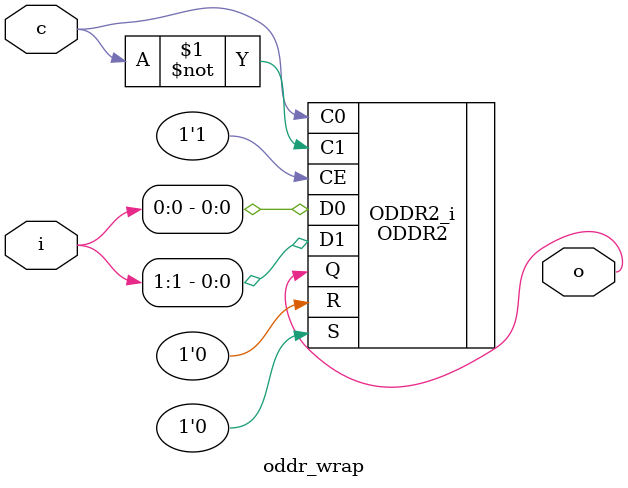
<source format=v>
/*
 * Copyright (C) 2014 Harmon Instruments, LLC
 *
 * This program is free software: you can redistribute it and/or modify
 * it under the terms of the GNU General Public License as published by
 * the Free Software Foundation, either version 3 of the License, or
 * (at your option) any later version.
 *
 * This program is distributed in the hope that it will be useful,
 * but WITHOUT ANY WARRANTY; without even the implied warranty of
 * MERCHANTABILITY or FITNESS FOR A PARTICULAR PURPOSE.  See the
 * GNU General Public License for more details.
 *
 * You should have received a copy of the GNU General Public License
 * along with this program.  If not, see <http://www.gnu.org/licenses/
 *
 */

`timescale 1ns / 1ps
`include "config.vh"

module oddr_wrap (input c, input [1:0] i, output o);
`ifdef X7SERIES
   ODDR #(.DDR_CLK_EDGE("SAME_EDGE"), .INIT(1'b1), .SRTYPE("ASYNC"))
   ODDR_inst
     (
      .Q(o),
      .C(c),
      .CE(1'b1), // 1-bit clock enable input
      .D1(i[0]), // positive edge
      .D2(i[1]), // negative edge
      .R(1'b0), .S(1'b0));
`else
   ODDR2 #(.DDR_ALIGNMENT("C0"), .INIT(1'b1), .SRTYPE("ASYNC")) ODDR2_i
     (.Q(o),
      .C0(c), .C1(~c),
      .CE(1'b1),
      .D0(i[0]), .D1(i[1]),
      .R(1'b0), .S(1'b0));
`endif
endmodule


</source>
